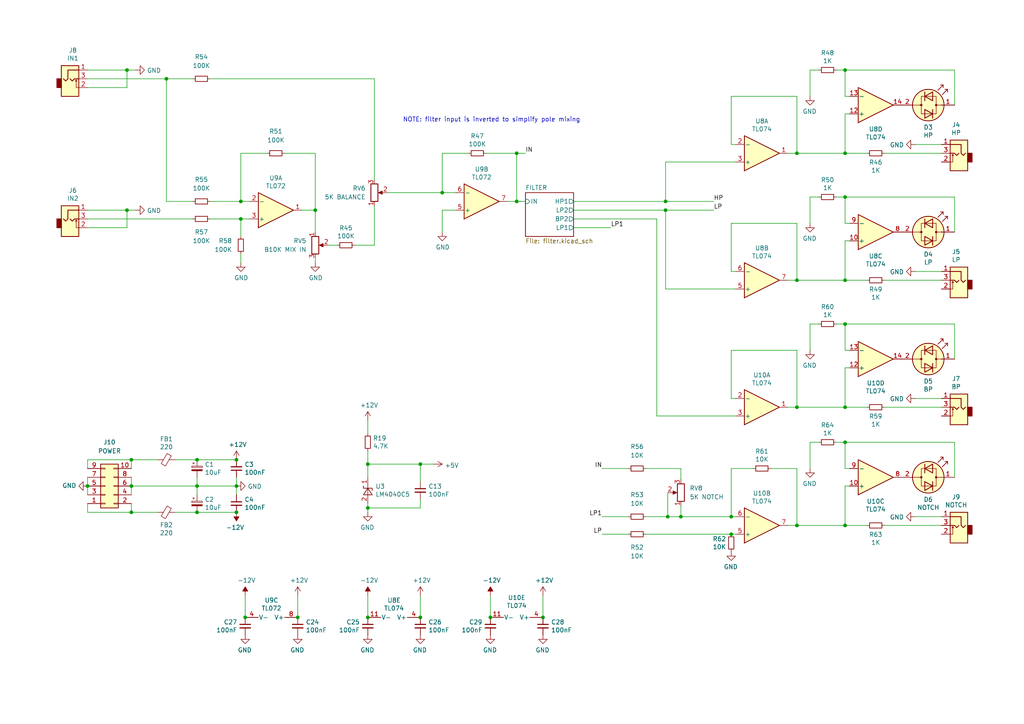
<source format=kicad_sch>
(kicad_sch (version 20211123) (generator eeschema)
  (paper "A4")
  (title_block (title "VCF-20") (rev "v1.0"))
  (lib_symbols
    (symbol "Amplifier_Operational:TL072" (pin_names (offset 0.127))
      (property "Reference" "U" (at 0 5.08 0))
      (property "Value" "TL072" (at 0 -5.08 0))
      (symbol "TL072_1_1"
        (polyline (pts (xy -5.08 5.08) (xy 5.08 0) (xy -5.08 -5.08) (xy -5.08 5.08)) (stroke (width 0.254)) (fill (type background)))
        (pin output line (at 7.62 0 180) (length 2.54) (name "~") (number "1"))
        (pin input line (at -7.62 -2.54 0) (length 2.54) (name "-") (number "2"))
        (pin input line (at -7.62 2.54 0) (length 2.54) (name "+") (number "3"))
      )
      (symbol "TL072_2_1"
        (polyline (pts (xy -5.08 5.08) (xy 5.08 0) (xy -5.08 -5.08) (xy -5.08 5.08)) (stroke (width 0.254)) (fill (type background)))
        (pin input line (at -7.62 2.54 0) (length 2.54) (name "+") (number "5"))
        (pin input line (at -7.62 -2.54 0) (length 2.54) (name "-") (number "6"))
        (pin output line (at 7.62 0 180) (length 2.54) (name "~") (number "7"))
      )
      (symbol "TL072_3_1"
        (pin power_in line (at -2.54 -7.62 90) (length 3.81) (name "V-") (number "4"))
        (pin power_in line (at -2.54 7.62 270) (length 3.81) (name "V+") (number "8"))
      )
    )
    (symbol "Amplifier_Operational:TL074" (pin_names (offset 0.127))
      (property "Reference" "U" (at 0 5.08 0))
      (property "Value" "TL074" (at 0 -5.08 0))
      (symbol "TL074_1_1"
        (polyline (pts (xy -5.08 5.08) (xy 5.08 0) (xy -5.08 -5.08) (xy -5.08 5.08)) (stroke (width 0.254)) (fill (type background)))
        (pin output line (at 7.62 0 180) (length 2.54) (name "~") (number "1"))
        (pin input line (at -7.62 -2.54 0) (length 2.54) (name "-") (number "2"))
        (pin input line (at -7.62 2.54 0) (length 2.54) (name "+") (number "3"))
      )
      (symbol "TL074_2_1"
        (polyline (pts (xy -5.08 5.08) (xy 5.08 0) (xy -5.08 -5.08) (xy -5.08 5.08)) (stroke (width 0.254)) (fill (type background)))
        (pin input line (at -7.62 2.54 0) (length 2.54) (name "+") (number "5"))
        (pin input line (at -7.62 -2.54 0) (length 2.54) (name "-") (number "6"))
        (pin output line (at 7.62 0 180) (length 2.54) (name "~") (number "7"))
      )
      (symbol "TL074_3_1"
        (polyline (pts (xy -5.08 5.08) (xy 5.08 0) (xy -5.08 -5.08) (xy -5.08 5.08)) (stroke (width 0.254)) (fill (type background)))
        (pin input line (at -7.62 2.54 0) (length 2.54) (name "+") (number "10"))
        (pin output line (at 7.62 0 180) (length 2.54) (name "~") (number "8"))
        (pin input line (at -7.62 -2.54 0) (length 2.54) (name "-") (number "9"))
      )
      (symbol "TL074_4_1"
        (polyline (pts (xy -5.08 5.08) (xy 5.08 0) (xy -5.08 -5.08) (xy -5.08 5.08)) (stroke (width 0.254)) (fill (type background)))
        (pin input line (at -7.62 2.54 0) (length 2.54) (name "+") (number "12"))
        (pin input line (at -7.62 -2.54 0) (length 2.54) (name "-") (number "13"))
        (pin output line (at 7.62 0 180) (length 2.54) (name "~") (number "14"))
      )
      (symbol "TL074_5_1"
        (pin power_in line (at -2.54 -7.62 90) (length 3.81) (name "V-") (number "11"))
        (pin power_in line (at -2.54 7.62 270) (length 3.81) (name "V+") (number "4"))
      )
    )
    (symbol "Connector_Generic:Conn_02x05_Odd_Even" (pin_names (offset 1.016) hide)
      (property "Reference" "J" (at 1.27 7.62 0))
      (property "Value" "Conn_02x05_Odd_Even" (at 1.27 -7.62 0))
      (symbol "Conn_02x05_Odd_Even_1_1"
        (rectangle (start -1.27 -4.953) (end 0 -5.207) (stroke (width 0.1524)))
        (rectangle (start -1.27 -2.413) (end 0 -2.667) (stroke (width 0.1524)))
        (rectangle (start -1.27 0.127) (end 0 -0.127) (stroke (width 0.1524)))
        (rectangle (start -1.27 2.667) (end 0 2.413) (stroke (width 0.1524)))
        (rectangle (start -1.27 5.207) (end 0 4.953) (stroke (width 0.1524)))
        (rectangle (start -1.27 6.35) (end 3.81 -6.35) (stroke (width 0.254)) (fill (type background)))
        (rectangle (start 3.81 -4.953) (end 2.54 -5.207) (stroke (width 0.1524)))
        (rectangle (start 3.81 -2.413) (end 2.54 -2.667) (stroke (width 0.1524)))
        (rectangle (start 3.81 0.127) (end 2.54 -0.127) (stroke (width 0.1524)))
        (rectangle (start 3.81 2.667) (end 2.54 2.413) (stroke (width 0.1524)))
        (rectangle (start 3.81 5.207) (end 2.54 4.953) (stroke (width 0.1524)))
        (pin passive line (at -5.08 5.08 0) (length 3.81) (name "Pin_1") (number "1"))
        (pin passive line (at 7.62 -5.08 180) (length 3.81) (name "Pin_10") (number "10"))
        (pin passive line (at 7.62 5.08 180) (length 3.81) (name "Pin_2") (number "2"))
        (pin passive line (at -5.08 2.54 0) (length 3.81) (name "Pin_3") (number "3"))
        (pin passive line (at 7.62 2.54 180) (length 3.81) (name "Pin_4") (number "4"))
        (pin passive line (at -5.08 0 0) (length 3.81) (name "Pin_5") (number "5"))
        (pin passive line (at 7.62 0 180) (length 3.81) (name "Pin_6") (number "6"))
        (pin passive line (at -5.08 -2.54 0) (length 3.81) (name "Pin_7") (number "7"))
        (pin passive line (at 7.62 -2.54 180) (length 3.81) (name "Pin_8") (number "8"))
        (pin passive line (at -5.08 -5.08 0) (length 3.81) (name "Pin_9") (number "9"))
      )
    )
    (symbol "Device:C_Polarized_Small" (pin_numbers hide) (pin_names (offset 0.254) hide)
      (property "Reference" "C" (at 0.254 1.778 0))
      (property "Value" "C_Polarized_Small" (at 0.254 -2.032 0))
      (symbol "C_Polarized_Small_0_1"
        (rectangle (start -1.524 -0.3048) (end 1.524 -0.6858) (fill (type outline)))
        (rectangle (start -1.524 0.6858) (end 1.524 0.3048))
        (polyline (pts (xy -1.27 1.524) (xy -0.762 1.524)))
        (polyline (pts (xy -1.016 1.27) (xy -1.016 1.778)))
      )
      (symbol "C_Polarized_Small_1_1"
        (pin passive line (at 0 2.54 270) (length 1.8542) (name "~") (number "1"))
        (pin passive line (at 0 -2.54 90) (length 1.8542) (name "~") (number "2"))
      )
    )
    (symbol "Device:C_Small" (pin_numbers hide) (pin_names (offset 0.254) hide)
      (property "Reference" "C" (at 0.254 1.778 0))
      (property "Value" "C_Small" (at 0.254 -2.032 0))
      (symbol "C_Small_0_1"
        (polyline (pts (xy -1.524 -0.508) (xy 1.524 -0.508)) (stroke (width 0.3302)))
        (polyline (pts (xy -1.524 0.508) (xy 1.524 0.508)) (stroke (width 0.3048)))
      )
      (symbol "C_Small_1_1"
        (pin passive line (at 0 2.54 270) (length 2.032) (name "~") (number "1"))
        (pin passive line (at 0 -2.54 90) (length 2.032) (name "~") (number "2"))
      )
    )
    (symbol "Device:FerriteBead_Small" (pin_numbers hide) (pin_names (offset 0))
      (property "Reference" "FB" (at 1.905 1.27 0))
      (property "Value" "FerriteBead_Small" (at 1.905 -1.27 0))
      (symbol "FerriteBead_Small_0_1"
        (polyline (pts (xy 0 -1.27) (xy 0 -0.7874)))
        (polyline (pts (xy 0 0.889) (xy 0 1.2954)))
        (polyline (pts (xy -1.8288 0.2794) (xy -1.1176 1.4986) (xy 1.8288 -0.2032) (xy 1.1176 -1.4224) (xy -1.8288 0.2794)))
      )
      (symbol "FerriteBead_Small_1_1"
        (pin passive line (at 0 2.54 270) (length 1.27) (name "~") (number "1"))
        (pin passive line (at 0 -2.54 90) (length 1.27) (name "~") (number "2"))
      )
    )
    (symbol "Device:R_Small" (pin_numbers hide) (pin_names (offset 0.254) hide)
      (property "Reference" "R" (at 0.762 0.508 0))
      (property "Value" "R_Small" (at 0.762 -1.016 0))
      (symbol "R_Small_0_1"
        (rectangle (start -0.762 1.778) (end 0.762 -1.778) (stroke (width 0.2032)))
      )
      (symbol "R_Small_1_1"
        (pin passive line (at 0 2.54 270) (length 0.762) (name "~") (number "1"))
        (pin passive line (at 0 -2.54 90) (length 0.762) (name "~") (number "2"))
      )
    )
    (symbol "Reference_Voltage:LM4040DBZ-5" (pin_names (offset 0.0254) hide)
      (property "Reference" "U" (at 0 2.54 0))
      (property "Value" "LM4040DBZ-5" (at 0 -3.175 0))
      (symbol "LM4040DBZ-5_0_1"
        (polyline (pts (xy -1.27 0) (xy 0 0) (xy 1.27 0)))
        (polyline (pts (xy -1.27 -1.27) (xy 0.635 0) (xy -1.27 1.27) (xy -1.27 -1.27)) (stroke (width 0.2032)))
        (polyline (pts (xy 0 -1.27) (xy 0.635 -1.27) (xy 0.635 1.27) (xy 1.27 1.27)) (stroke (width 0.2032)))
      )
      (symbol "LM4040DBZ-5_1_1"
        (pin passive line (at 3.81 0 180) (length 2.54) (name "K") (number "1"))
        (pin passive line (at -3.81 0 0) (length 2.54) (name "A") (number "2"))
      )
    )
    (symbol "power:+12V" (power) (pin_names (offset 0))
      (property "Value" "+12V" (at 0 3.556 0))
      (symbol "+12V_0_1"
        (polyline (pts (xy -0.762 1.27) (xy 0 2.54)))
        (polyline (pts (xy 0 0) (xy 0 2.54)))
        (polyline (pts (xy 0 2.54) (xy 0.762 1.27)))
      )
      (symbol "+12V_1_1"
        (pin power_in line (at 0 0 90) (length 0) hide (name "+12V") (number "1"))
      )
    )
    (symbol "power:+5V" (power) (pin_names (offset 0))
      (property "Value" "+5V" (at 0 3.556 0))
      (symbol "+5V_0_1"
        (polyline (pts (xy -0.762 1.27) (xy 0 2.54)))
        (polyline (pts (xy 0 0) (xy 0 2.54)))
        (polyline (pts (xy 0 2.54) (xy 0.762 1.27)))
      )
      (symbol "+5V_1_1"
        (pin power_in line (at 0 0 90) (length 0) hide (name "+5V") (number "1"))
      )
    )
    (symbol "power:-12V" (power) (pin_names (offset 0))
      (property "Value" "-12V" (at 0 3.81 0))
      (symbol "-12V_0_0"
        (pin power_in line (at 0 0 90) (length 0) hide (name "-12V") (number "1"))
      )
      (symbol "-12V_0_1"
        (polyline (pts (xy 0 0) (xy 0 1.27) (xy 0.762 1.27) (xy 0 2.54) (xy -0.762 1.27) (xy 0 1.27)) (fill (type outline)))
      )
    )
    (symbol "power:GND" (power) (pin_names (offset 0))
      (property "Value" "GND" (at 0 -3.81 0))
      (symbol "GND_0_1"
        (polyline (pts (xy 0 0) (xy 0 -1.27) (xy 1.27 -1.27) (xy 0 -2.54) (xy -1.27 -1.27) (xy 0 -1.27)))
      )
      (symbol "GND_1_1"
        (pin power_in line (at 0 0 270) (length 0) hide (name "GND") (number "1"))
      )
    )
    (symbol "vcf-20-rescue:LED_Dual_2pin-Device" (pin_names (offset 0) hide)
      (property "Reference" "D" (at 0 5.715 0))
      (property "Value" "LED_Dual_2pin-Device" (at 0 -6.35 0))
      (symbol "LED_Dual_2pin-Device_0_1"
        (circle (center -2.032 0) (radius 0.254) (fill (type outline)))
        (polyline (pts (xy -4.572 0) (xy -2.54 0)))
        (polyline (pts (xy -2.032 0) (xy -2.54 0)))
        (polyline (pts (xy -1.016 3.81) (xy -1.016 1.27)) (stroke (width 0.254)))
        (polyline (pts (xy 1.27 -1.27) (xy 1.27 -3.81)) (stroke (width 0.254)))
        (polyline (pts (xy 4.064 0) (xy 2.286 0)) (fill (type outline)))
        (polyline (pts (xy 4.318 5.842) (xy 4.318 5.08)) (stroke (width 0.2032)))
        (polyline (pts (xy 5.588 4.572) (xy 5.588 3.81)) (stroke (width 0.2032)))
        (polyline (pts (xy 2.794 4.318) (xy 4.318 5.842) (xy 3.556 5.842)) (stroke (width 0.2032)))
        (polyline (pts (xy 4.064 3.048) (xy 5.588 4.572) (xy 4.826 4.572)) (stroke (width 0.2032)))
        (polyline (pts (xy -1.016 -1.27) (xy -1.016 -3.81) (xy 1.27 -2.54) (xy -1.016 -1.27)) (stroke (width 0.254)))
        (polyline (pts (xy 1.27 3.81) (xy 1.27 1.27) (xy -1.016 2.54) (xy 1.27 3.81)) (stroke (width 0.254)))
        (polyline (pts (xy 2.286 2.54) (xy -2.032 2.54) (xy -2.032 -2.54) (xy 2.286 -2.54) (xy 2.286 2.54)))
        (circle (center 0 0) (radius 4.572) (stroke (width 0.254)) (fill (type background)))
        (circle (center 2.286 0) (radius 0.254) (fill (type outline)))
      )
      (symbol "LED_Dual_2pin-Device_1_1"
        (pin input line (at 7.62 0 180) (length 3.81) (name "KA") (number "1"))
        (pin input line (at -7.62 0 0) (length 3.048) (name "AK") (number "2"))
      )
    )
    (symbol "vcf-20-rescue:PJ-301M-SamacSys_Parts" (pin_names (offset 0.762))
      (property "Reference" "J" (at 16.51 7.62 0))
      (property "Value" "PJ-301M-SamacSys_Parts" (at 16.51 5.08 0))
      (symbol "PJ-301M-SamacSys_Parts_1_1"
        (polyline (pts (xy 11.938 -1.524) (xy 12.192 -2.032)))
        (polyline (pts (xy 10.16 -1.27) (xy 10.795 -1.905) (xy 11.43 -1.27) (xy 12.7 -1.27)) (stroke (width 0.254)))
        (polyline (pts (xy 12.7 -3.81) (xy 11.938 -3.81) (xy 11.938 -1.524) (xy 11.684 -2.032)))
        (polyline (pts (xy 12.7 1.27) (xy 9.525 1.27) (xy 9.525 -1.27) (xy 8.89 -1.905) (xy 8.255 -1.27)) (stroke (width 0.254)))
        (rectangle (start 7.62 -1.27) (end 6.35 -3.81) (stroke (width 0.254)) (fill (type outline)))
        (rectangle (start 12.7 2.54) (end 7.62 -6.35) (stroke (width 0.254)) (fill (type background)))
        (pin passive line (at 15.24 1.27 180) (length 2.54) (name "~") (number "1"))
        (pin passive line (at 15.24 -3.81 180) (length 2.54) (name "~") (number "2"))
        (pin passive line (at 15.24 -1.27 180) (length 2.54) (name "~") (number "3"))
      )
    )
    (symbol "vcf-20-rescue:R_POT-Device" (pin_names (offset 1.016) hide)
      (property "Reference" "RV" (at -4.445 0 90))
      (property "Value" "R_POT-Device" (at -2.54 0 90))
      (symbol "R_POT-Device_0_1"
        (polyline (pts (xy 2.54 0) (xy 1.524 0)))
        (polyline (pts (xy 1.143 0) (xy 2.286 0.508) (xy 2.286 -0.508) (xy 1.143 0)) (fill (type outline)))
        (rectangle (start 1.016 2.54) (end -1.016 -2.54) (stroke (width 0.254)))
      )
      (symbol "R_POT-Device_1_1"
        (pin passive line (at 0 3.81 270) (length 1.27) (name "1") (number "1"))
        (pin passive line (at 3.81 0 180) (length 1.27) (name "2") (number "2"))
        (pin passive line (at 0 -3.81 90) (length 1.27) (name "3") (number "3"))
      )
    )
  )
  (junction (at 68.58 133.35))
  (junction (at 38.1 133.35))
  (junction (at 149.86 58.42))
  (junction (at 245.11 44.45))
  (junction (at 121.92 179.07))
  (junction (at 36.83 20.32))
  (junction (at 231.14 44.45))
  (junction (at 69.85 63.5))
  (junction (at 106.68 134.62))
  (junction (at 212.09 149.86))
  (junction (at 212.09 154.94))
  (junction (at 38.1 148.59))
  (junction (at 245.11 128.27))
  (junction (at 231.14 152.4))
  (junction (at 91.44 60.96))
  (junction (at 121.92 134.62))
  (junction (at 245.11 57.15))
  (junction (at 25.4 140.97))
  (junction (at 193.04 58.42))
  (junction (at 142.24 179.07))
  (junction (at 69.85 58.42))
  (junction (at 36.83 60.96))
  (junction (at 197.485 149.86))
  (junction (at 68.58 140.97))
  (junction (at 245.11 81.28))
  (junction (at 106.68 147.32))
  (junction (at 193.675 149.86))
  (junction (at 193.04 60.96))
  (junction (at 106.68 179.07))
  (junction (at 48.26 22.86))
  (junction (at 71.12 179.07))
  (junction (at 149.86 44.45))
  (junction (at 157.48 179.07))
  (junction (at 57.15 148.59))
  (junction (at 245.11 118.11))
  (junction (at 57.15 133.35))
  (junction (at 68.58 148.59))
  (junction (at 245.11 20.32))
  (junction (at 231.14 81.28))
  (junction (at 57.15 140.97))
  (junction (at 245.11 93.98))
  (junction (at 86.36 179.07))
  (junction (at 231.14 118.11))
  (junction (at 128.27 55.88))
  (junction (at 245.11 152.4))
  (junction (at 38.1 140.97))
  (wire (pts (xy 25.4 138.43) (xy 25.4 140.97)))
  (wire (pts (xy 38.1 138.43) (xy 38.1 140.97)))
  (wire (pts (xy 50.8 148.59) (xy 57.15 148.59)))
  (wire (pts (xy 166.37 66.04) (xy 177.165 66.04)))
  (wire (pts (xy 121.92 134.62) (xy 125.73 134.62)))
  (wire (pts (xy 193.04 83.82) (xy 213.36 83.82)))
  (wire (pts (xy 245.11 106.68) (xy 246.38 106.68)))
  (wire (pts (xy 245.11 20.32) (xy 245.11 27.94)))
  (wire (pts (xy 246.38 140.97) (xy 245.11 140.97)))
  (wire (pts (xy 193.675 149.86) (xy 193.675 142.875)))
  (wire (pts (xy 36.83 20.32) (xy 39.37 20.32)))
  (wire (pts (xy 228.6 152.4) (xy 231.14 152.4)))
  (wire (pts (xy 245.11 64.77) (xy 245.11 57.15)))
  (wire (pts (xy 25.4 63.5) (xy 55.88 63.5)))
  (wire (pts (xy 69.85 73.66) (xy 69.85 76.2)))
  (wire (pts (xy 276.86 128.27) (xy 276.86 138.43)))
  (wire (pts (xy 91.44 60.96) (xy 91.44 67.31)))
  (wire (pts (xy 149.86 58.42) (xy 152.4 58.42)))
  (wire (pts (xy 231.14 44.45) (xy 245.11 44.45)))
  (wire (pts (xy 234.95 27.94) (xy 234.95 20.32)))
  (wire (pts (xy 68.58 133.35) (xy 57.15 133.35)))
  (wire (pts (xy 106.68 138.43) (xy 106.68 134.62)))
  (wire (pts (xy 48.26 58.42) (xy 55.88 58.42)))
  (wire (pts (xy 60.96 58.42) (xy 69.85 58.42)))
  (wire (pts (xy 245.11 106.68) (xy 245.11 118.11)))
  (wire (pts (xy 121.92 139.7) (xy 121.92 134.62)))
  (wire (pts (xy 245.11 57.15) (xy 276.86 57.15)))
  (wire (pts (xy 60.96 63.5) (xy 69.85 63.5)))
  (wire (pts (xy 38.1 140.97) (xy 38.1 143.51)))
  (wire (pts (xy 86.36 172.72) (xy 86.36 179.07)))
  (wire (pts (xy 77.47 44.45) (xy 69.85 44.45)))
  (wire (pts (xy 68.58 140.97) (xy 57.15 140.97)))
  (wire (pts (xy 231.14 118.11) (xy 245.11 118.11)))
  (wire (pts (xy 72.39 63.5) (xy 69.85 63.5)))
  (wire (pts (xy 97.79 71.12) (xy 95.25 71.12)))
  (wire (pts (xy 197.485 146.685) (xy 197.485 149.86)))
  (wire (pts (xy 25.4 146.05) (xy 25.4 148.59)))
  (wire (pts (xy 276.86 57.15) (xy 276.86 67.31)))
  (wire (pts (xy 193.04 60.96) (xy 193.04 83.82)))
  (wire (pts (xy 265.43 78.74) (xy 273.05 78.74)))
  (wire (pts (xy 231.14 81.28) (xy 245.11 81.28)))
  (wire (pts (xy 193.04 46.99) (xy 213.36 46.99)))
  (wire (pts (xy 245.11 69.85) (xy 245.11 81.28)))
  (wire (pts (xy 245.11 140.97) (xy 245.11 152.4)))
  (wire (pts (xy 245.11 93.98) (xy 242.57 93.98)))
  (wire (pts (xy 157.48 172.72) (xy 157.48 179.07)))
  (wire (pts (xy 193.04 60.96) (xy 166.37 60.96)))
  (wire (pts (xy 182.245 149.86) (xy 174.625 149.86)))
  (wire (pts (xy 223.52 135.89) (xy 231.14 135.89)))
  (wire (pts (xy 106.68 146.05) (xy 106.68 147.32)))
  (wire (pts (xy 36.83 66.04) (xy 36.83 60.96)))
  (wire (pts (xy 234.95 128.27) (xy 237.49 128.27)))
  (wire (pts (xy 193.04 60.96) (xy 207.01 60.96)))
  (wire (pts (xy 246.38 33.02) (xy 245.11 33.02)))
  (wire (pts (xy 121.92 172.72) (xy 121.92 179.07)))
  (wire (pts (xy 212.09 115.57) (xy 213.36 115.57)))
  (wire (pts (xy 106.68 134.62) (xy 121.92 134.62)))
  (wire (pts (xy 212.09 154.94) (xy 213.36 154.94)))
  (wire (pts (xy 36.83 25.4) (xy 36.83 20.32)))
  (wire (pts (xy 25.4 148.59) (xy 38.1 148.59)))
  (wire (pts (xy 25.4 22.86) (xy 48.26 22.86)))
  (wire (pts (xy 265.43 115.57) (xy 273.05 115.57)))
  (wire (pts (xy 265.43 41.91) (xy 273.05 41.91)))
  (wire (pts (xy 242.57 128.27) (xy 245.11 128.27)))
  (wire (pts (xy 212.09 101.6) (xy 212.09 115.57)))
  (wire (pts (xy 57.15 140.97) (xy 57.15 143.51)))
  (wire (pts (xy 246.38 64.77) (xy 245.11 64.77)))
  (wire (pts (xy 234.95 135.89) (xy 234.95 128.27)))
  (wire (pts (xy 228.6 44.45) (xy 231.14 44.45)))
  (wire (pts (xy 36.83 60.96) (xy 39.37 60.96)))
  (wire (pts (xy 68.58 140.97) (xy 68.58 138.43)))
  (wire (pts (xy 91.44 76.2) (xy 91.44 74.93)))
  (wire (pts (xy 82.55 44.45) (xy 91.44 44.45)))
  (wire (pts (xy 108.585 59.69) (xy 108.585 71.12)))
  (wire (pts (xy 242.57 57.15) (xy 245.11 57.15)))
  (wire (pts (xy 147.32 58.42) (xy 149.86 58.42)))
  (wire (pts (xy 245.11 81.28) (xy 251.46 81.28)))
  (wire (pts (xy 228.6 118.11) (xy 231.14 118.11)))
  (wire (pts (xy 38.1 133.35) (xy 45.72 133.35)))
  (wire (pts (xy 50.8 133.35) (xy 57.15 133.35)))
  (wire (pts (xy 197.485 149.86) (xy 212.09 149.86)))
  (wire (pts (xy 57.15 148.59) (xy 68.58 148.59)))
  (wire (pts (xy 245.11 128.27) (xy 276.86 128.27)))
  (wire (pts (xy 245.11 118.11) (xy 251.46 118.11)))
  (wire (pts (xy 237.49 20.32) (xy 234.95 20.32)))
  (wire (pts (xy 25.4 60.96) (xy 36.83 60.96)))
  (wire (pts (xy 91.44 60.96) (xy 87.63 60.96)))
  (wire (pts (xy 106.68 130.81) (xy 106.68 134.62)))
  (wire (pts (xy 182.245 135.89) (xy 174.625 135.89)))
  (wire (pts (xy 245.11 27.94) (xy 246.38 27.94)))
  (wire (pts (xy 57.15 138.43) (xy 57.15 140.97)))
  (wire (pts (xy 231.14 64.77) (xy 231.14 81.28)))
  (wire (pts (xy 102.87 71.12) (xy 108.585 71.12)))
  (wire (pts (xy 193.04 46.99) (xy 193.04 58.42)))
  (wire (pts (xy 212.09 101.6) (xy 231.14 101.6)))
  (wire (pts (xy 231.14 135.89) (xy 231.14 152.4)))
  (wire (pts (xy 234.95 93.98) (xy 237.49 93.98)))
  (wire (pts (xy 25.4 66.04) (xy 36.83 66.04)))
  (wire (pts (xy 242.57 20.32) (xy 245.11 20.32)))
  (wire (pts (xy 212.09 64.77) (xy 212.09 78.74)))
  (wire (pts (xy 25.4 25.4) (xy 36.83 25.4)))
  (wire (pts (xy 212.09 135.89) (xy 212.09 149.86)))
  (wire (pts (xy 231.14 27.94) (xy 231.14 44.45)))
  (wire (pts (xy 69.85 44.45) (xy 69.85 58.42)))
  (wire (pts (xy 106.68 121.92) (xy 106.68 125.73)))
  (wire (pts (xy 106.68 147.32) (xy 106.68 148.59)))
  (wire (pts (xy 212.09 41.91) (xy 213.36 41.91)))
  (wire (pts (xy 71.12 172.72) (xy 71.12 179.07)))
  (wire (pts (xy 265.43 149.86) (xy 273.05 149.86)))
  (wire (pts (xy 69.85 63.5) (xy 69.85 68.58)))
  (wire (pts (xy 190.5 120.65) (xy 213.36 120.65)))
  (wire (pts (xy 187.325 154.94) (xy 212.09 154.94)))
  (wire (pts (xy 212.09 149.86) (xy 213.36 149.86)))
  (wire (pts (xy 68.58 140.97) (xy 68.58 143.51)))
  (wire (pts (xy 106.68 172.72) (xy 106.68 179.07)))
  (wire (pts (xy 246.38 101.6) (xy 245.11 101.6)))
  (wire (pts (xy 38.1 135.89) (xy 38.1 133.35)))
  (wire (pts (xy 246.38 69.85) (xy 245.11 69.85)))
  (wire (pts (xy 166.37 58.42) (xy 193.04 58.42)))
  (wire (pts (xy 132.08 60.96) (xy 128.27 60.96)))
  (wire (pts (xy 187.325 149.86) (xy 193.675 149.86)))
  (wire (pts (xy 231.14 152.4) (xy 245.11 152.4)))
  (wire (pts (xy 128.27 44.45) (xy 128.27 55.88)))
  (wire (pts (xy 193.675 149.86) (xy 197.485 149.86)))
  (wire (pts (xy 234.95 64.77) (xy 234.95 57.15)))
  (wire (pts (xy 38.1 133.35) (xy 25.4 133.35)))
  (wire (pts (xy 142.24 172.72) (xy 142.24 179.07)))
  (wire (pts (xy 121.92 147.32) (xy 121.92 144.78)))
  (wire (pts (xy 276.86 104.14) (xy 276.86 93.98)))
  (wire (pts (xy 234.95 101.6) (xy 234.95 93.98)))
  (wire (pts (xy 245.11 152.4) (xy 251.46 152.4)))
  (wire (pts (xy 190.5 63.5) (xy 190.5 120.65)))
  (wire (pts (xy 25.4 133.35) (xy 25.4 135.89)))
  (wire (pts (xy 231.14 64.77) (xy 212.09 64.77)))
  (wire (pts (xy 256.54 44.45) (xy 273.05 44.45)))
  (wire (pts (xy 57.15 140.97) (xy 38.1 140.97)))
  (wire (pts (xy 193.04 58.42) (xy 207.01 58.42)))
  (wire (pts (xy 48.26 22.86) (xy 55.88 22.86)))
  (wire (pts (xy 246.38 135.89) (xy 245.11 135.89)))
  (wire (pts (xy 38.1 148.59) (xy 38.1 146.05)))
  (wire (pts (xy 197.485 135.89) (xy 197.485 139.065)))
  (wire (pts (xy 245.11 33.02) (xy 245.11 44.45)))
  (wire (pts (xy 256.54 118.11) (xy 273.05 118.11)))
  (wire (pts (xy 256.54 152.4) (xy 273.05 152.4)))
  (wire (pts (xy 245.11 135.89) (xy 245.11 128.27)))
  (wire (pts (xy 38.1 148.59) (xy 45.72 148.59)))
  (wire (pts (xy 234.95 57.15) (xy 237.49 57.15)))
  (wire (pts (xy 135.89 44.45) (xy 128.27 44.45)))
  (wire (pts (xy 166.37 63.5) (xy 190.5 63.5)))
  (wire (pts (xy 212.09 27.94) (xy 231.14 27.94)))
  (wire (pts (xy 187.325 135.89) (xy 197.485 135.89)))
  (wire (pts (xy 69.85 58.42) (xy 72.39 58.42)))
  (wire (pts (xy 112.395 55.88) (xy 128.27 55.88)))
  (wire (pts (xy 108.585 22.86) (xy 108.585 52.07)))
  (wire (pts (xy 25.4 20.32) (xy 36.83 20.32)))
  (wire (pts (xy 231.14 101.6) (xy 231.14 118.11)))
  (wire (pts (xy 276.86 20.32) (xy 276.86 30.48)))
  (wire (pts (xy 128.27 55.88) (xy 132.08 55.88)))
  (wire (pts (xy 25.4 140.97) (xy 25.4 143.51)))
  (wire (pts (xy 91.44 44.45) (xy 91.44 60.96)))
  (wire (pts (xy 128.27 60.96) (xy 128.27 67.31)))
  (wire (pts (xy 245.11 20.32) (xy 276.86 20.32)))
  (wire (pts (xy 256.54 81.28) (xy 273.05 81.28)))
  (wire (pts (xy 106.68 147.32) (xy 121.92 147.32)))
  (wire (pts (xy 149.86 44.45) (xy 140.97 44.45)))
  (wire (pts (xy 218.44 135.89) (xy 212.09 135.89)))
  (wire (pts (xy 245.11 44.45) (xy 251.46 44.45)))
  (wire (pts (xy 212.09 27.94) (xy 212.09 41.91)))
  (wire (pts (xy 60.96 22.86) (xy 108.585 22.86)))
  (wire (pts (xy 152.4 44.45) (xy 149.86 44.45)))
  (wire (pts (xy 276.86 93.98) (xy 245.11 93.98)))
  (wire (pts (xy 245.11 101.6) (xy 245.11 93.98)))
  (wire (pts (xy 212.09 78.74) (xy 213.36 78.74)))
  (wire (pts (xy 48.26 22.86) (xy 48.26 58.42)))
  (wire (pts (xy 228.6 81.28) (xy 231.14 81.28)))
  (wire (pts (xy 149.86 44.45) (xy 149.86 58.42)))
  (wire (pts (xy 182.245 154.94) (xy 174.625 154.94)))
  (text "NOTE: filter input is inverted to simplify pole mixing" (at 116.84 35.56 0) (effects (font (size 1.27 1.27)) (justify left bottom)))
  (label "LP" (at 207.01 60.96 0))
  (label "LP" (at 174.625 154.94 180))
  (label "LP1" (at 174.625 149.86 180))
  (label "IN" (at 174.625 135.89 180))
  (label "IN" (at 152.4 44.45 0))
  (label "HP" (at 207.01 58.42 0))
  (label "LP1" (at 177.165 66.04 0))
  (symbol (lib_id "vcf-20-rescue:PJ-301M-SamacSys_Parts") (at 10.16 21.59 0) (unit 1)
    (property "Reference" "J8" (at 21.1328 14.605 0))
    (property "Value" "IN1" (at 21.1328 16.9164 0))
    (property "Footprint" "covertneko_Audio:PJ301M" (effects hide))
  )
  (symbol (lib_id "vcf-20-rescue:PJ-301M-SamacSys_Parts") (at 288.29 43.18 0) (mirror y) (unit 1)
    (property "Reference" "J4" (at 277.3172 36.195 0))
    (property "Value" "HP" (at 277.3172 38.5064 0))
    (property "Footprint" "covertneko_Audio:PJ301M" (effects hide))
  )
  (symbol (lib_id "power:GND") (at 39.37 20.32 90) (mirror x) (unit 1)
    (property "Reference" "#PWR01" (effects hide))
    (property "Value" "GND" (at 42.6212 20.447 90) (effects (justify right)))
  )
  (symbol (lib_id "power:GND") (at 265.43 41.91 270) (unit 1)
    (property "Reference" "#PWR03" (effects hide))
    (property "Value" "GND" (at 262.1788 42.037 90) (effects (justify right)))
  )
  (symbol (lib_id "vcf-20-rescue:LED_Dual_2pin-Device") (at 269.24 30.48 0) (unit 1)
    (property "Reference" "D3" (at 269.24 36.9316 0))
    (property "Value" "HP" (at 269.24 39.243 0))
    (property "Footprint" "LED_THT:LED_D3.0mm_Clear" (effects hide))
  )
  (symbol (lib_id "Amplifier_Operational:TL074") (at 254 30.48 0) (mirror x) (unit 4)
    (property "Reference" "U8" (at 254 37.465 0))
    (property "Value" "TL074" (at 254 39.7764 0))
    (property "Footprint" "Package_SO:TSSOP-14_4.4x5mm_P0.65mm" (effects hide))
    (property "Datasheet" "http://www.ti.com/lit/ds/symlink/tl071.pdf" (effects hide))
    (property "LCSC" "C96507" (effects hide))
  )
  (symbol (lib_id "Device:R_Small") (at 240.03 20.32 270) (unit 1)
    (property "Reference" "R48" (at 240.03 15.3416 90))
    (property "Value" "1K" (at 240.03 17.653 90))
    (property "Footprint" "Resistor_SMD:R_0603_1608Metric" (effects hide))
    (property "LCSC" "C21190" (effects hide))
  )
  (symbol (lib_id "power:GND") (at 234.95 27.94 0) (mirror y) (unit 1)
    (property "Reference" "#PWR02" (effects hide))
    (property "Value" "GND" (at 234.823 32.3342 0))
  )
  (symbol (lib_id "Amplifier_Operational:TL074") (at 149.86 181.61 270) (unit 5)
    (property "Reference" "U10" (at 149.86 173.355 90))
    (property "Value" "TL074" (at 149.86 175.6664 90))
    (property "Footprint" "Package_SO:TSSOP-14_4.4x5mm_P0.65mm" (effects hide))
    (property "Datasheet" "http://www.ti.com/lit/ds/symlink/tl071.pdf" (effects hide))
    (property "LCSC" "C96507" (effects hide))
  )
  (symbol (lib_id "Connector_Generic:Conn_02x05_Odd_Even") (at 30.48 140.97 0) (mirror x) (unit 1)
    (property "Reference" "J10" (at 31.75 128.27 0))
    (property "Value" "POWER" (at 31.75 130.81 0))
    (property "Footprint" "Connector_IDC:IDC-Header_2x05_P2.54mm_Vertical" (effects hide))
  )
  (symbol (lib_id "Device:FerriteBead_Small") (at 48.26 133.35 90) (unit 1)
    (property "Reference" "FB1" (at 48.26 127.3302 90))
    (property "Value" "220" (at 48.26 129.6416 90))
    (property "Footprint" "Resistor_SMD:R_0603_1608Metric" (effects hide))
    (property "LCSC" "C88988" (effects hide))
  )
  (symbol (lib_id "Device:C_Polarized_Small") (at 57.15 135.89 0) (unit 1)
    (property "Reference" "C1" (at 59.3852 134.7216 0) (effects (justify left)))
    (property "Value" "10uF" (at 59.3852 137.033 0) (effects (justify left)))
    (property "Footprint" "Capacitor_SMD:CP_Elec_5x5.3" (effects hide))
    (property "LCSC" "C178621" (effects hide))
  )
  (symbol (lib_id "Device:C_Polarized_Small") (at 57.15 146.05 0) (unit 1)
    (property "Reference" "C2" (at 59.3852 144.8816 0) (effects (justify left)))
    (property "Value" "10uF" (at 59.3852 147.193 0) (effects (justify left)))
    (property "Footprint" "Capacitor_SMD:CP_Elec_5x5.3" (effects hide))
    (property "LCSC" "C178621" (effects hide))
  )
  (symbol (lib_id "Device:FerriteBead_Small") (at 48.26 148.59 90) (unit 1)
    (property "Reference" "FB2" (at 48.26 152.273 90))
    (property "Value" "220" (at 48.26 154.5844 90))
    (property "Footprint" "Resistor_SMD:R_0603_1608Metric" (effects hide))
    (property "LCSC" "C88988" (effects hide))
  )
  (symbol (lib_id "Device:C_Small") (at 157.48 181.61 0) (unit 1)
    (property "Reference" "C28" (at 159.8168 180.4416 0) (effects (justify left)))
    (property "Value" "100nF" (at 159.8168 182.753 0) (effects (justify left)))
    (property "Footprint" "Capacitor_SMD:C_0603_1608Metric" (effects hide))
    (property "LCSC" "C14663" (effects hide))
  )
  (symbol (lib_id "Device:C_Small") (at 142.24 181.61 0) (unit 1)
    (property "Reference" "C29" (at 139.9286 180.4416 0) (effects (justify right)))
    (property "Value" "100nF" (at 139.9286 182.753 0) (effects (justify right)))
    (property "Footprint" "Capacitor_SMD:C_0603_1608Metric" (effects hide))
    (property "LCSC" "C14663" (effects hide))
  )
  (symbol (lib_id "power:GND") (at 157.48 184.15 0) (mirror y) (unit 1)
    (property "Reference" "#PWR033" (effects hide))
    (property "Value" "GND" (at 157.353 188.5442 0))
  )
  (symbol (lib_id "power:GND") (at 142.24 184.15 0) (mirror y) (unit 1)
    (property "Reference" "#PWR032" (effects hide))
    (property "Value" "GND" (at 142.113 188.5442 0))
  )
  (symbol (lib_id "power:-12V") (at 142.24 172.72 0) (unit 1)
    (property "Reference" "#PWR026" (effects hide))
    (property "Value" "-12V" (at 142.621 168.3258 0))
  )
  (symbol (lib_id "power:+12V") (at 157.48 172.72 0) (unit 1)
    (property "Reference" "#PWR027" (effects hide))
    (property "Value" "+12V" (at 157.861 168.3258 0))
  )
  (symbol (lib_id "power:GND") (at 68.58 140.97 90) (mirror x) (unit 1)
    (property "Reference" "#PWR017" (effects hide))
    (property "Value" "GND" (at 71.8312 141.097 90) (effects (justify right)))
  )
  (symbol (lib_id "power:-12V") (at 68.58 148.59 180) (unit 1)
    (property "Reference" "#PWR018" (effects hide))
    (property "Value" "-12V" (at 68.199 152.9842 0))
  )
  (symbol (lib_id "power:+12V") (at 68.58 133.35 0) (unit 1)
    (property "Reference" "#PWR013" (effects hide))
    (property "Value" "+12V" (at 68.961 128.9558 0))
  )
  (symbol (lib_id "power:GND") (at 25.4 140.97 270) (mirror x) (unit 1)
    (property "Reference" "#PWR016" (effects hide))
    (property "Value" "GND" (at 22.1488 140.843 90) (effects (justify right)))
  )
  (symbol (lib_id "Device:C_Small") (at 68.58 146.05 0) (unit 1)
    (property "Reference" "C4" (at 70.9168 144.8816 0) (effects (justify left)))
    (property "Value" "100nF" (at 70.9168 147.193 0) (effects (justify left)))
    (property "Footprint" "Capacitor_SMD:C_0603_1608Metric" (effects hide))
    (property "LCSC" "C14663" (effects hide))
  )
  (symbol (lib_id "Device:C_Small") (at 68.58 135.89 180) (unit 1)
    (property "Reference" "C3" (at 70.9168 134.7216 0) (effects (justify right)))
    (property "Value" "100nF" (at 70.9168 137.033 0) (effects (justify right)))
    (property "Footprint" "Capacitor_SMD:C_0603_1608Metric" (effects hide))
    (property "LCSC" "C14663" (effects hide))
  )
  (symbol (lib_id "Amplifier_Operational:TL074") (at 220.98 44.45 0) (mirror x) (unit 1)
    (property "Reference" "U8" (at 220.98 35.1282 0))
    (property "Value" "TL074" (at 220.98 37.4396 0))
    (property "Footprint" "Package_SO:TSSOP-14_4.4x5mm_P0.65mm" (effects hide))
    (property "Datasheet" "http://www.ti.com/lit/ds/symlink/tl071.pdf" (effects hide))
    (property "LCSC" "C96507" (effects hide))
  )
  (symbol (lib_id "Amplifier_Operational:TL074") (at 114.3 176.53 270) (mirror x) (unit 5)
    (property "Reference" "U8" (at 114.3 174.117 90))
    (property "Value" "TL074" (at 114.3 176.4284 90))
    (property "Footprint" "Package_SO:TSSOP-14_4.4x5mm_P0.65mm" (effects hide))
    (property "Datasheet" "http://www.ti.com/lit/ds/symlink/tl071.pdf" (effects hide))
    (property "LCSC" "C96507" (effects hide))
  )
  (symbol (lib_id "power:-12V") (at 106.68 172.72 0) (unit 1)
    (property "Reference" "#PWR024" (effects hide))
    (property "Value" "-12V" (at 107.061 168.3258 0))
  )
  (symbol (lib_id "power:+12V") (at 121.92 172.72 0) (unit 1)
    (property "Reference" "#PWR025" (effects hide))
    (property "Value" "+12V" (at 122.301 168.3258 0))
  )
  (symbol (lib_id "Device:C_Small") (at 121.92 181.61 0) (unit 1)
    (property "Reference" "C26" (at 124.2568 180.4416 0) (effects (justify left)))
    (property "Value" "100nF" (at 124.2568 182.753 0) (effects (justify left)))
    (property "Footprint" "Capacitor_SMD:C_0603_1608Metric" (effects hide))
    (property "LCSC" "C14663" (effects hide))
  )
  (symbol (lib_id "Device:C_Small") (at 106.68 181.61 0) (unit 1)
    (property "Reference" "C25" (at 104.3686 180.4416 0) (effects (justify right)))
    (property "Value" "100nF" (at 104.3686 182.753 0) (effects (justify right)))
    (property "Footprint" "Capacitor_SMD:C_0603_1608Metric" (effects hide))
    (property "LCSC" "C14663" (effects hide))
  )
  (symbol (lib_id "power:GND") (at 121.92 184.15 0) (mirror y) (unit 1)
    (property "Reference" "#PWR031" (effects hide))
    (property "Value" "GND" (at 121.793 188.5442 0))
  )
  (symbol (lib_id "power:GND") (at 106.68 184.15 0) (mirror y) (unit 1)
    (property "Reference" "#PWR030" (effects hide))
    (property "Value" "GND" (at 106.553 188.5442 0))
  )
  (symbol (lib_id "vcf-20-rescue:PJ-301M-SamacSys_Parts") (at 10.16 62.23 0) (unit 1)
    (property "Reference" "J6" (at 21.1328 55.245 0))
    (property "Value" "IN2" (at 21.1328 57.5564 0))
    (property "Footprint" "covertneko_Audio:PJ301M" (effects hide))
  )
  (symbol (lib_id "power:GND") (at 39.37 60.96 90) (mirror x) (unit 1)
    (property "Reference" "#PWR04" (effects hide))
    (property "Value" "GND" (at 42.6212 61.087 90) (effects (justify right)))
  )
  (symbol (lib_id "Amplifier_Operational:TL072") (at 139.7 58.42 0) (mirror x) (unit 2)
    (property "Reference" "U9" (at 139.7 49.0982 0))
    (property "Value" "TL072" (at 139.7 51.4096 0))
    (property "Footprint" "Package_SO:TSSOP-8_4.4x3mm_P0.65mm" (effects hide))
    (property "Datasheet" "http://www.ti.com/lit/ds/symlink/tl071.pdf" (effects hide))
    (property "LCSC" "C90748" (effects hide))
  )
  (symbol (lib_id "Reference_Voltage:LM4040DBZ-5") (at 106.68 142.24 90) (unit 1)
    (property "Reference" "U3" (at 108.8898 141.0716 90) (effects (justify right)))
    (property "Value" "LM4040C5" (at 108.8898 143.383 90) (effects (justify right)))
    (property "Footprint" "Package_TO_SOT_SMD:SOT-23" (effects hide))
    (property "Datasheet" "http://www.ti.com/lit/ds/symlink/lm1117.pdf" (effects hide))
    (property "LCSC" "C156291" (effects hide))
  )
  (symbol (lib_id "power:GND") (at 106.68 148.59 0) (mirror y) (unit 1)
    (property "Reference" "#PWR019" (effects hide))
    (property "Value" "GND" (at 106.553 152.9842 0))
  )
  (symbol (lib_id "power:+12V") (at 106.68 121.92 0) (unit 1)
    (property "Reference" "#PWR012" (effects hide))
    (property "Value" "+12V" (at 107.061 117.5258 0))
  )
  (symbol (lib_id "power:+5V") (at 125.73 134.62 270) (unit 1)
    (property "Reference" "#PWR014" (effects hide))
    (property "Value" "+5V" (at 128.9812 135.001 90) (effects (justify left)))
  )
  (symbol (lib_id "vcf-20-rescue:LED_Dual_2pin-Device") (at 269.24 67.31 0) (unit 1)
    (property "Reference" "D4" (at 269.24 73.7616 0))
    (property "Value" "LP" (at 269.24 76.073 0))
    (property "Footprint" "LED_THT:LED_D3.0mm_Clear" (effects hide))
  )
  (symbol (lib_id "Amplifier_Operational:TL074") (at 254 67.31 0) (mirror x) (unit 3)
    (property "Reference" "U8" (at 254 74.295 0))
    (property "Value" "TL074" (at 254 76.6064 0))
    (property "Footprint" "Package_SO:TSSOP-14_4.4x5mm_P0.65mm" (effects hide))
    (property "Datasheet" "http://www.ti.com/lit/ds/symlink/tl071.pdf" (effects hide))
    (property "LCSC" "C96507" (effects hide))
  )
  (symbol (lib_id "Device:R_Small") (at 240.03 57.15 90) (unit 1)
    (property "Reference" "R50" (at 240.03 52.1716 90))
    (property "Value" "1K" (at 240.03 54.483 90))
    (property "Footprint" "Resistor_SMD:R_0603_1608Metric" (effects hide))
    (property "LCSC" "C21190" (effects hide))
  )
  (symbol (lib_id "Amplifier_Operational:TL074") (at 220.98 81.28 0) (mirror x) (unit 2)
    (property "Reference" "U8" (at 220.98 71.9582 0))
    (property "Value" "TL074" (at 220.98 74.2696 0))
    (property "Footprint" "Package_SO:TSSOP-14_4.4x5mm_P0.65mm" (effects hide))
    (property "Datasheet" "http://www.ti.com/lit/ds/symlink/tl071.pdf" (effects hide))
    (property "LCSC" "C96507" (effects hide))
  )
  (symbol (lib_id "power:GND") (at 265.43 78.74 270) (unit 1)
    (property "Reference" "#PWR09" (effects hide))
    (property "Value" "GND" (at 262.1788 78.867 90) (effects (justify right)))
  )
  (symbol (lib_id "vcf-20-rescue:PJ-301M-SamacSys_Parts") (at 288.29 80.01 0) (mirror y) (unit 1)
    (property "Reference" "J5" (at 277.3172 73.025 0))
    (property "Value" "LP" (at 277.3172 75.3364 0))
    (property "Footprint" "covertneko_Audio:PJ301M" (effects hide))
  )
  (symbol (lib_id "Device:R_Small") (at 254 81.28 90) (unit 1)
    (property "Reference" "R49" (at 254 83.9216 90))
    (property "Value" "1K" (at 254 86.233 90))
    (property "Footprint" "Resistor_SMD:R_0603_1608Metric" (effects hide))
    (property "LCSC" "C21190" (effects hide))
  )
  (symbol (lib_id "vcf-20-rescue:LED_Dual_2pin-Device") (at 269.24 104.14 0) (unit 1)
    (property "Reference" "D5" (at 269.24 110.5916 0))
    (property "Value" "BP" (at 269.24 112.903 0))
    (property "Footprint" "LED_THT:LED_D3.0mm_Clear" (effects hide))
  )
  (symbol (lib_id "Amplifier_Operational:TL074") (at 254 104.14 0) (mirror x) (unit 4)
    (property "Reference" "U10" (at 254 111.125 0))
    (property "Value" "TL074" (at 254 113.4364 0))
    (property "Footprint" "Package_SO:TSSOP-14_4.4x5mm_P0.65mm" (effects hide))
    (property "Datasheet" "http://www.ti.com/lit/ds/symlink/tl071.pdf" (effects hide))
    (property "LCSC" "C96507" (effects hide))
  )
  (symbol (lib_id "Device:R_Small") (at 240.03 93.98 90) (unit 1)
    (property "Reference" "R60" (at 240.03 89.0016 90))
    (property "Value" "1K" (at 240.03 91.313 90))
    (property "Footprint" "Resistor_SMD:R_0603_1608Metric" (effects hide))
    (property "LCSC" "C21190" (effects hide))
  )
  (symbol (lib_id "Amplifier_Operational:TL074") (at 220.98 118.11 0) (mirror x) (unit 1)
    (property "Reference" "U10" (at 220.98 108.7882 0))
    (property "Value" "TL074" (at 220.98 111.0996 0))
    (property "Footprint" "Package_SO:TSSOP-14_4.4x5mm_P0.65mm" (effects hide))
    (property "Datasheet" "http://www.ti.com/lit/ds/symlink/tl071.pdf" (effects hide))
    (property "LCSC" "C96507" (effects hide))
  )
  (symbol (lib_id "power:GND") (at 265.43 115.57 270) (unit 1)
    (property "Reference" "#PWR011" (effects hide))
    (property "Value" "GND" (at 262.1788 115.697 90) (effects (justify right)))
  )
  (symbol (lib_id "vcf-20-rescue:PJ-301M-SamacSys_Parts") (at 288.29 116.84 0) (mirror y) (unit 1)
    (property "Reference" "J7" (at 277.3172 109.855 0))
    (property "Value" "BP" (at 277.3172 112.1664 0))
    (property "Footprint" "covertneko_Audio:PJ301M" (effects hide))
  )
  (symbol (lib_id "Device:R_Small") (at 254 118.11 90) (unit 1)
    (property "Reference" "R59" (at 254 120.7516 90))
    (property "Value" "1K" (at 254 123.063 90))
    (property "Footprint" "Resistor_SMD:R_0603_1608Metric" (effects hide))
    (property "LCSC" "C21190" (effects hide))
  )
  (symbol (lib_id "Device:R_Small") (at 80.01 44.45 270) (mirror x) (unit 1)
    (property "Reference" "R51" (at 80.01 38.1 90))
    (property "Value" "100K" (at 80.01 40.64 90))
    (property "Footprint" "Resistor_SMD:R_0603_1608Metric" (effects hide))
    (property "LCSC" "C25803" (effects hide))
  )
  (symbol (lib_id "Device:R_Small") (at 254 152.4 90) (unit 1)
    (property "Reference" "R63" (at 254 155.0416 90))
    (property "Value" "1K" (at 254 157.353 90))
    (property "Footprint" "Resistor_SMD:R_0603_1608Metric" (effects hide))
    (property "LCSC" "C21190" (effects hide))
  )
  (symbol (lib_id "vcf-20-rescue:PJ-301M-SamacSys_Parts") (at 288.29 151.13 0) (mirror y) (unit 1)
    (property "Reference" "J9" (at 277.3172 144.145 0))
    (property "Value" "NOTCH" (at 277.3172 146.4564 0))
    (property "Footprint" "covertneko_Audio:PJ301M" (effects hide))
  )
  (symbol (lib_id "power:GND") (at 265.43 149.86 270) (unit 1)
    (property "Reference" "#PWR020" (effects hide))
    (property "Value" "GND" (at 262.1788 149.987 90) (effects (justify right)))
  )
  (symbol (lib_id "Amplifier_Operational:TL074") (at 220.98 152.4 0) (mirror x) (unit 2)
    (property "Reference" "U10" (at 220.98 143.0782 0))
    (property "Value" "TL074" (at 220.98 145.3896 0))
    (property "Footprint" "Package_SO:TSSOP-14_4.4x5mm_P0.65mm" (effects hide))
    (property "Datasheet" "http://www.ti.com/lit/ds/symlink/tl071.pdf" (effects hide))
    (property "LCSC" "C96507" (effects hide))
  )
  (symbol (lib_id "Device:R_Small") (at 240.03 128.27 90) (unit 1)
    (property "Reference" "R64" (at 240.03 123.2916 90))
    (property "Value" "1K" (at 240.03 125.603 90))
    (property "Footprint" "Resistor_SMD:R_0603_1608Metric" (effects hide))
    (property "LCSC" "C21190" (effects hide))
  )
  (symbol (lib_id "Amplifier_Operational:TL074") (at 254 138.43 0) (mirror x) (unit 3)
    (property "Reference" "U10" (at 254 145.415 0))
    (property "Value" "TL074" (at 254 147.7264 0))
    (property "Footprint" "Package_SO:TSSOP-14_4.4x5mm_P0.65mm" (effects hide))
    (property "Datasheet" "http://www.ti.com/lit/ds/symlink/tl071.pdf" (effects hide))
    (property "LCSC" "C96507" (effects hide))
  )
  (symbol (lib_id "vcf-20-rescue:LED_Dual_2pin-Device") (at 269.24 138.43 0) (unit 1)
    (property "Reference" "D6" (at 269.24 144.8816 0))
    (property "Value" "NOTCH" (at 269.24 147.193 0))
    (property "Footprint" "LED_THT:LED_D3.0mm_Clear" (effects hide))
  )
  (symbol (lib_id "Amplifier_Operational:TL072") (at 78.74 176.53 270) (mirror x) (unit 3)
    (property "Reference" "U9" (at 78.74 174.117 90))
    (property "Value" "TL072" (at 78.74 176.4284 90))
    (property "Footprint" "Package_SO:TSSOP-8_4.4x3mm_P0.65mm" (effects hide))
    (property "Datasheet" "http://www.ti.com/lit/ds/symlink/tl071.pdf" (effects hide))
    (property "LCSC" "C90748" (effects hide))
  )
  (symbol (lib_id "power:-12V") (at 71.12 172.72 0) (unit 1)
    (property "Reference" "#PWR022" (effects hide))
    (property "Value" "-12V" (at 71.501 168.3258 0))
  )
  (symbol (lib_id "power:+12V") (at 86.36 172.72 0) (unit 1)
    (property "Reference" "#PWR023" (effects hide))
    (property "Value" "+12V" (at 86.741 168.3258 0))
  )
  (symbol (lib_id "Device:C_Small") (at 86.36 181.61 0) (unit 1)
    (property "Reference" "C24" (at 88.6968 180.4416 0) (effects (justify left)))
    (property "Value" "100nF" (at 88.6968 182.753 0) (effects (justify left)))
    (property "Footprint" "Capacitor_SMD:C_0603_1608Metric" (effects hide))
    (property "LCSC" "C14663" (effects hide))
  )
  (symbol (lib_id "Device:C_Small") (at 71.12 181.61 0) (unit 1)
    (property "Reference" "C27" (at 68.8086 180.4416 0) (effects (justify right)))
    (property "Value" "100nF" (at 68.8086 182.753 0) (effects (justify right)))
    (property "Footprint" "Capacitor_SMD:C_0603_1608Metric" (effects hide))
    (property "LCSC" "C14663" (effects hide))
  )
  (symbol (lib_id "power:GND") (at 86.36 184.15 0) (mirror y) (unit 1)
    (property "Reference" "#PWR029" (effects hide))
    (property "Value" "GND" (at 86.233 188.5442 0))
  )
  (symbol (lib_id "power:GND") (at 71.12 184.15 0) (mirror y) (unit 1)
    (property "Reference" "#PWR028" (effects hide))
    (property "Value" "GND" (at 70.993 188.5442 0))
  )
  (symbol (lib_id "Device:C_Small") (at 121.92 142.24 0) (unit 1)
    (property "Reference" "C13" (at 124.2568 141.0716 0) (effects (justify left)))
    (property "Value" "100nF" (at 124.2568 143.383 0) (effects (justify left)))
    (property "Footprint" "Capacitor_SMD:C_0603_1608Metric" (effects hide))
    (property "LCSC" "C14663" (effects hide))
  )
  (symbol (lib_id "Device:R_Small") (at 106.68 128.27 180) (unit 1)
    (property "Reference" "R19" (at 108.1786 127.1016 0) (effects (justify right)))
    (property "Value" "4.7K" (at 108.1786 129.413 0) (effects (justify right)))
    (property "Footprint" "Resistor_SMD:R_0603_1608Metric" (effects hide))
    (property "LCSC" "C23162" (effects hide))
  )
  (symbol (lib_id "Device:R_Small") (at 184.785 154.94 90) (mirror x) (unit 1)
    (property "Reference" "R52" (at 184.785 158.75 90))
    (property "Value" "10K" (at 184.785 161.29 90))
    (property "Footprint" "Resistor_SMD:R_0603_1608Metric" (effects hide))
    (property "LCSC" "C25804" (effects hide))
  )
  (symbol (lib_id "Device:R_Small") (at 220.98 135.89 90) (mirror x) (unit 1)
    (property "Reference" "R61" (at 220.98 130.9116 90))
    (property "Value" "10K" (at 220.98 133.223 90))
    (property "Footprint" "Resistor_SMD:R_0603_1608Metric" (effects hide))
    (property "LCSC" "C25804" (effects hide))
  )
  (symbol (lib_id "power:GND") (at 234.95 64.77 0) (mirror y) (unit 1)
    (property "Reference" "#PWR05" (effects hide))
    (property "Value" "GND" (at 234.823 69.1642 0))
  )
  (symbol (lib_id "power:GND") (at 234.95 101.6 0) (mirror y) (unit 1)
    (property "Reference" "#PWR010" (effects hide))
    (property "Value" "GND" (at 234.823 105.9942 0))
  )
  (symbol (lib_id "power:GND") (at 234.95 135.89 0) (mirror y) (unit 1)
    (property "Reference" "#PWR015" (effects hide))
    (property "Value" "GND" (at 234.823 140.2842 0))
  )
  (symbol (lib_id "vcf-20-rescue:R_POT-Device") (at 197.485 142.875 180) (unit 1)
    (property "Reference" "RV8" (at 200.025 141.6049 0) (effects (justify right)))
    (property "Value" "5K NOTCH" (at 200.025 144.1449 0) (effects (justify right)))
    (property "Footprint" "Potentiometer_SMD:Potentiometer_Bourns_TC33X_Vertical" (effects hide))
    (property "LCSC" "C719177" (effects hide))
  )
  (symbol (lib_id "power:GND") (at 212.09 160.02 0) (mirror y) (unit 1)
    (property "Reference" "#PWR021" (effects hide))
    (property "Value" "GND" (at 211.963 164.4142 0))
  )
  (symbol (lib_id "Device:R_Small") (at 184.785 149.86 90) (mirror x) (unit 1)
    (property "Reference" "R53" (at 184.785 143.51 90))
    (property "Value" "10K" (at 184.785 146.05 90))
    (property "Footprint" "Resistor_SMD:R_0603_1608Metric" (effects hide))
    (property "LCSC" "C25804" (effects hide))
  )
  (symbol (lib_id "power:GND") (at 91.44 76.2 0) (unit 1)
    (property "Reference" "#PWR08" (effects hide))
    (property "Value" "GND" (at 91.567 80.5942 0))
  )
  (symbol (lib_id "vcf-20-rescue:R_POT-Device") (at 91.44 71.12 0) (unit 1)
    (property "Reference" "RV5" (at 88.9 69.8499 0) (effects (justify right)))
    (property "Value" "B10K MIX IN" (at 88.9 72.3899 0) (effects (justify right)))
    (property "Footprint" "covertneko_General:Potentiometer_SongHuei_RD0904N-L25-KQ_Single_Vertical" (effects hide))
  )
  (symbol (lib_id "Amplifier_Operational:TL072") (at 80.01 60.96 0) (mirror x) (unit 1)
    (property "Reference" "U9" (at 80.01 51.6382 0))
    (property "Value" "TL072" (at 80.01 53.9496 0))
    (property "Footprint" "Package_SO:TSSOP-8_4.4x3mm_P0.65mm" (effects hide))
    (property "Datasheet" "http://www.ti.com/lit/ds/symlink/tl071.pdf" (effects hide))
    (property "LCSC" "C90748" (effects hide))
  )
  (symbol (lib_id "Device:R_Small") (at 138.43 44.45 90) (mirror x) (unit 1)
    (property "Reference" "R47" (at 138.43 39.4716 90))
    (property "Value" "100K" (at 138.43 41.783 90))
    (property "Footprint" "Resistor_SMD:R_0603_1608Metric" (effects hide))
    (property "LCSC" "C25803" (effects hide))
  )
  (symbol (lib_id "Device:R_Small") (at 69.85 71.12 0) (mirror x) (unit 1)
    (property "Reference" "R58" (at 67.31 69.8499 0) (effects (justify right)))
    (property "Value" "100K" (at 67.31 72.3899 0) (effects (justify right)))
    (property "Footprint" "Resistor_SMD:R_0603_1608Metric" (effects hide))
    (property "LCSC" "C25803" (effects hide))
  )
  (symbol (lib_id "power:GND") (at 128.27 67.31 0) (unit 1)
    (property "Reference" "#PWR06" (effects hide))
    (property "Value" "GND" (at 128.397 71.7042 0))
  )
  (symbol (lib_id "power:GND") (at 69.85 76.2 0) (unit 1)
    (property "Reference" "#PWR07" (effects hide))
    (property "Value" "GND" (at 69.977 80.5942 0))
  )
  (symbol (lib_id "Device:R_Small") (at 58.42 63.5 270) (mirror x) (unit 1)
    (property "Reference" "R57" (at 58.42 67.31 90))
    (property "Value" "100K" (at 58.42 69.85 90))
    (property "Footprint" "Resistor_SMD:R_0603_1608Metric" (effects hide))
    (property "LCSC" "C25803" (effects hide))
  )
  (symbol (lib_id "Device:R_Small") (at 100.33 71.12 90) (mirror x) (unit 1)
    (property "Reference" "R45" (at 100.33 66.1416 90))
    (property "Value" "100K" (at 100.33 68.453 90))
    (property "Footprint" "Resistor_SMD:R_0603_1608Metric" (effects hide))
    (property "LCSC" "C25803" (effects hide))
  )
  (symbol (lib_id "Device:R_Small") (at 58.42 58.42 270) (mirror x) (unit 1)
    (property "Reference" "R55" (at 58.42 52.07 90))
    (property "Value" "100K" (at 58.42 54.61 90))
    (property "Footprint" "Resistor_SMD:R_0603_1608Metric" (effects hide))
    (property "LCSC" "C25803" (effects hide))
  )
  (symbol (lib_id "Device:R_Small") (at 212.09 157.48 0) (mirror x) (unit 1)
    (property "Reference" "R62" (at 210.6168 156.3116 0) (effects (justify right)))
    (property "Value" "10K" (at 210.6168 158.623 0) (effects (justify right)))
    (property "Footprint" "Resistor_SMD:R_0603_1608Metric" (effects hide))
    (property "LCSC" "C25804" (effects hide))
  )
  (symbol (lib_id "Device:R_Small") (at 254 44.45 90) (unit 1)
    (property "Reference" "R46" (at 254 47.0916 90))
    (property "Value" "1K" (at 254 49.403 90))
    (property "Footprint" "Resistor_SMD:R_0603_1608Metric" (effects hide))
    (property "LCSC" "C21190" (effects hide))
  )
  (symbol (lib_id "Device:R_Small") (at 58.42 22.86 270) (mirror x) (unit 1)
    (property "Reference" "R54" (at 58.42 16.51 90))
    (property "Value" "100K" (at 58.42 19.05 90))
    (property "Footprint" "Resistor_SMD:R_0603_1608Metric" (effects hide))
    (property "LCSC" "C25803" (effects hide))
  )
  (symbol (lib_id "vcf-20-rescue:R_POT-Device") (at 108.585 55.88 0) (mirror x) (unit 1)
    (property "Reference" "RV6" (at 106.045 54.6099 0) (effects (justify right)))
    (property "Value" "5K BALANCE" (at 106.045 57.1499 0) (effects (justify right)))
    (property "Footprint" "Potentiometer_SMD:Potentiometer_Bourns_TC33X_Vertical" (effects hide))
    (property "LCSC" "C719177" (effects hide))
  )
  (symbol (lib_id "Device:R_Small") (at 184.785 135.89 90) (mirror x) (unit 1)
    (property "Reference" "R56" (at 184.785 129.54 90))
    (property "Value" "10K" (at 184.785 132.08 90))
    (property "Footprint" "Resistor_SMD:R_0603_1608Metric" (effects hide))
    (property "LCSC" "C25804" (effects hide))
  )
  (sheet (at 152.4 55.88) (size 13.97 12.7)
    (property "Sheet name" "FILTER" (at 152.4 55.1684 0) (effects (justify left bottom)))
    (property "Sheet file" "filter.kicad_sch" (at 152.4 69.1646 0) (effects (justify left top)))
    (pin "IN" input (at 152.4 58.42 180))
    (pin "BP2" output (at 166.37 63.5 0))
    (pin "HP1" output (at 166.37 58.42 0))
    (pin "LP2" output (at 166.37 60.96 0))
    (pin "LP1" output (at 166.37 66.04 0))
  )
)
</source>
